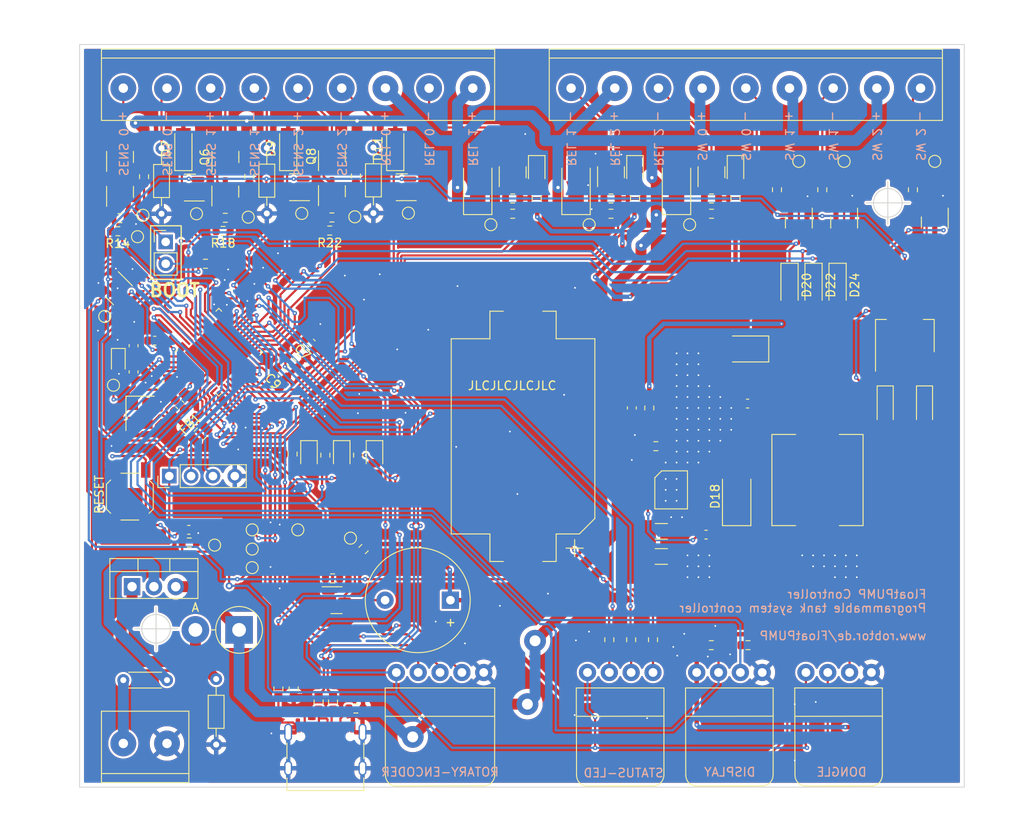
<source format=kicad_pcb>
(kicad_pcb (version 20211014) (generator pcbnew)

  (general
    (thickness 1.6)
  )

  (paper "A4")
  (title_block
    (title "FloatPUMP Basic Boards")
    (date "2022-11-22")
    (rev "1.0")
    (company "www.robtor.de")
  )

  (layers
    (0 "F.Cu" signal)
    (31 "B.Cu" signal)
    (32 "B.Adhes" user "B.Adhesive")
    (33 "F.Adhes" user "F.Adhesive")
    (34 "B.Paste" user)
    (35 "F.Paste" user)
    (36 "B.SilkS" user "B.Silkscreen")
    (37 "F.SilkS" user "F.Silkscreen")
    (38 "B.Mask" user)
    (39 "F.Mask" user)
    (40 "Dwgs.User" user "User.Drawings")
    (41 "Cmts.User" user "User.Comments")
    (42 "Eco1.User" user "User.Eco1")
    (43 "Eco2.User" user "User.Eco2")
    (44 "Edge.Cuts" user)
    (45 "Margin" user)
    (46 "B.CrtYd" user "B.Courtyard")
    (47 "F.CrtYd" user "F.Courtyard")
    (48 "B.Fab" user)
    (49 "F.Fab" user)
    (50 "User.1" user)
    (51 "User.2" user)
    (52 "User.3" user)
    (53 "User.4" user)
    (54 "User.5" user)
    (55 "User.6" user)
    (56 "User.7" user)
    (57 "User.8" user)
    (58 "User.9" user)
  )

  (setup
    (stackup
      (layer "F.SilkS" (type "Top Silk Screen"))
      (layer "F.Paste" (type "Top Solder Paste"))
      (layer "F.Mask" (type "Top Solder Mask") (thickness 0.01))
      (layer "F.Cu" (type "copper") (thickness 0.035))
      (layer "dielectric 1" (type "core") (thickness 1.51) (material "FR4") (epsilon_r 4.5) (loss_tangent 0.02))
      (layer "B.Cu" (type "copper") (thickness 0.035))
      (layer "B.Mask" (type "Bottom Solder Mask") (thickness 0.01))
      (layer "B.Paste" (type "Bottom Solder Paste"))
      (layer "B.SilkS" (type "Bottom Silk Screen"))
      (copper_finish "None")
      (dielectric_constraints no)
    )
    (pad_to_mask_clearance 0)
    (pcbplotparams
      (layerselection 0x00010fc_ffffffff)
      (disableapertmacros false)
      (usegerberextensions true)
      (usegerberattributes false)
      (usegerberadvancedattributes false)
      (creategerberjobfile false)
      (svguseinch false)
      (svgprecision 6)
      (excludeedgelayer true)
      (plotframeref false)
      (viasonmask false)
      (mode 1)
      (useauxorigin false)
      (hpglpennumber 1)
      (hpglpenspeed 20)
      (hpglpendiameter 15.000000)
      (dxfpolygonmode true)
      (dxfimperialunits true)
      (dxfusepcbnewfont true)
      (psnegative false)
      (psa4output false)
      (plotreference true)
      (plotvalue false)
      (plotinvisibletext false)
      (sketchpadsonfab false)
      (subtractmaskfromsilk true)
      (outputformat 1)
      (mirror false)
      (drillshape 0)
      (scaleselection 1)
      (outputdirectory "../Production/gerber/")
    )
  )

  (net 0 "")
  (net 1 "/cryst1+")
  (net 2 "GND")
  (net 3 "/cryst1-")
  (net 4 "Net-(C3-Pad1)")
  (net 5 "/cryst2+")
  (net 6 "/cryst2-")
  (net 7 "/VBAT")
  (net 8 "/NRST")
  (net 9 "Net-(D1-Pad1)")
  (net 10 "+3.3V")
  (net 11 "Net-(D2-Pad1)")
  (net 12 "Net-(D3-Pad1)")
  (net 13 "/VB")
  (net 14 "T11")
  (net 15 "T13")
  (net 16 "T15")
  (net 17 "T17")
  (net 18 "Net-(C17-Pad1)")
  (net 19 "Net-(C17-Pad2)")
  (net 20 "T20")
  (net 21 "/GPI0")
  (net 22 "/GPI1")
  (net 23 "/GPI2")
  (net 24 "/RRDT")
  (net 25 "/RRCLK")
  (net 26 "/RRSW")
  (net 27 "+5V")
  (net 28 "/I2C1_SDA")
  (net 29 "/I2C1_SCL")
  (net 30 "/USART1_TX")
  (net 31 "/USART1_RX")
  (net 32 "/SWDIO")
  (net 33 "/SWCLK")
  (net 34 "T22")
  (net 35 "unconnected-(J9-PadA8)")
  (net 36 "unconnected-(J9-PadB8)")
  (net 37 "T10")
  (net 38 "T12")
  (net 39 "T14")
  (net 40 "/BOOT0")
  (net 41 "T24")
  (net 42 "T26")
  (net 43 "T28")
  (net 44 "Net-(LS1-Pad2)")
  (net 45 "Net-(Q2-Pad1)")
  (net 46 "Net-(D4-Pad2)")
  (net 47 "Net-(D12-Pad2)")
  (net 48 "Net-(D14-Pad2)")
  (net 49 "Net-(Q9-Pad1)")
  (net 50 "Net-(Q10-Pad1)")
  (net 51 "/LED0")
  (net 52 "/LED1")
  (net 53 "/LED2")
  (net 54 "/LED5")
  (net 55 "/LED4")
  (net 56 "/LED3")
  (net 57 "/BEEP")
  (net 58 "/MPWR0")
  (net 59 "/MPWR1")
  (net 60 "/MPWR2")
  (net 61 "/OCHAN0")
  (net 62 "/OCHAN1")
  (net 63 "/OCHAN2")
  (net 64 "/usb_conn/U_D-")
  (net 65 "/USB_FS_D-")
  (net 66 "/usb_conn/U_D+")
  (net 67 "/USB_FS_D+")
  (net 68 "/usb_conn/U_VBUS")
  (net 69 "/USB_FS_VBUS")
  (net 70 "/usb_conn/CC")
  (net 71 "Net-(D16-Pad2)")
  (net 72 "Net-(Q3-Pad3)")
  (net 73 "Net-(Q3-Pad1)")
  (net 74 "Net-(Q5-Pad3)")
  (net 75 "Net-(C18-Pad1)")
  (net 76 "Net-(TP4-Pad1)")
  (net 77 "Net-(U3-Pad6)")
  (net 78 "T16")
  (net 79 "Net-(J5-Pad2)")
  (net 80 "Net-(J5-Pad3)")
  (net 81 "Net-(J5-Pad4)")
  (net 82 "Net-(J3-Pad2)")
  (net 83 "Net-(Q5-Pad1)")
  (net 84 "Net-(Q7-Pad3)")
  (net 85 "Net-(Q7-Pad1)")
  (net 86 "Net-(Q11-Pad1)")
  (net 87 "Net-(Q1-Pad2)")
  (net 88 "Net-(C6-Pad2)")

  (footprint "Capacitor_SMD:C_0603_1608Metric" (layer "F.Cu") (at 104.4956 88.7476))

  (footprint "Package_TO_SOT_SMD:SOT-23" (layer "F.Cu") (at 112.6975 71.41095 90))

  (footprint "custom_parts:2542R-04" (layer "F.Cu") (at 180.213 127.3302))

  (footprint "Package_TO_SOT_SMD:SOT-23" (layer "F.Cu") (at 112.71 67.3885 90))

  (footprint "Resistor_SMD:R_0603_1608Metric" (layer "F.Cu") (at 120.396 91.313 -45))

  (footprint "TestPoint:TestPoint_Pad_D1.0mm" (layer "F.Cu") (at 127.762 74.3435))

  (footprint "Resistor_SMD:R_0603_1608Metric" (layer "F.Cu") (at 157.353 123.5202 90))

  (footprint "Resistor_SMD:R_0603_1608Metric" (layer "F.Cu") (at 127.889 69.5937 -90))

  (footprint "TestPoint:TestPoint_Pad_D1.0mm" (layer "F.Cu") (at 155.006 75.2582))

  (footprint "LED_SMD:LED_0805_2012Metric" (layer "F.Cu") (at 160.34 68.9082 -90))

  (footprint "custom_parts:CAMBLOCK CTB0509-2" (layer "F.Cu") (at 105.918 135.5852 180))

  (footprint "Capacitor_SMD:C_0603_1608Metric" (layer "F.Cu") (at 168.6052 111.3028))

  (footprint "Capacitor_SMD:C_0603_1608Metric" (layer "F.Cu") (at 119.253 92.456 135))

  (footprint "Package_TO_SOT_THT:TO-220-3_Vertical" (layer "F.Cu") (at 101.854 117.3532))

  (footprint "TestPoint:TestPoint_Pad_D1.0mm" (layer "F.Cu") (at 179.39 67.8942 90))

  (footprint "Resistor_SMD:R_0603_1608Metric" (layer "F.Cu") (at 146.116 73.9882 180))

  (footprint "Crystal:Crystal_SMD_2012-2Pin_2.0x1.2mm" (layer "F.Cu") (at 100.254451 90.853196 -90))

  (footprint "Resistor_SMD:R_0603_1608Metric" (layer "F.Cu") (at 124.333 102.0572 -90))

  (footprint "Diode_SMD:D_SMA" (layer "F.Cu") (at 172.1612 106.8578 90))

  (footprint "Connector_USB:USB_C_Receptacle_Palconn_UTC16-G" (layer "F.Cu") (at 124.333 136.2202))

  (footprint "Resistor_THT:R_Axial_DIN0204_L3.6mm_D1.6mm_P7.62mm_Horizontal" (layer "F.Cu") (at 105.283 66.3702 -90))

  (footprint "Diode_THT:D_DO-201AD_P5.08mm_Vertical_AnodeUp" (layer "F.Cu") (at 114.3 122.3772 180))

  (footprint "Resistor_SMD:R_0603_1608Metric" (layer "F.Cu") (at 172.024 72.2102 -90))

  (footprint "Resistor_SMD:R_0603_1608Metric" (layer "F.Cu") (at 124.841 75.9437 180))

  (footprint "TestPoint:TestPoint_Pad_D1.0mm" (layer "F.Cu") (at 133.985 73.9117))

  (footprint "custom_parts:CAMBLOCK CTB0509-9" (layer "F.Cu") (at 100.838 59.3852))

  (footprint "Diode_SMD:D_MiniMELF" (layer "F.Cu") (at 120.015 66.421 90))

  (footprint "Resistor_SMD:R_0603_1608Metric" (layer "F.Cu") (at 162.0012 96.5708 -90))

  (footprint "Package_TO_SOT_SMD:SOT-23" (layer "F.Cu") (at 169.23 69.1622 90))

  (footprint "Resistor_SMD:R_0603_1608Metric" (layer "F.Cu") (at 118.872 129.2352 90))

  (footprint "custom_parts:2542R-04" (layer "F.Cu") (at 167.513 127.3302))

  (footprint "TestPoint:TestPoint_Pad_D1.0mm" (layer "F.Cu") (at 195.199 67.8942 90))

  (footprint "TestPoint:TestPoint_Pad_D1.0mm" (layer "F.Cu") (at 115.3645 74.38275))

  (footprint "Resistor_SMD:R_0603_1608Metric" (layer "F.Cu") (at 146.116 72.2102))

  (footprint "Diode_SMD:D_MiniMELF" (layer "F.Cu") (at 178.308 82.296 -90))

  (footprint "Package_TO_SOT_SMD:SOT-23" (layer "F.Cu") (at 184.658 75.0062 -90))

  (footprint "custom_parts:MP9486A-SOIC-8" (layer "F.Cu") (at 164.5412 106.0958 -90))

  (footprint "Capacitor_Tantalum_SMD:CP_EIA-3528-21_Kemet-B" (layer "F.Cu") (at 173.4312 89.7128 180))

  (footprint "TestPoint:TestPoint_Pad_D1.0mm" (layer "F.Cu") (at 109.347 73.9902))

  (footprint "custom_parts:L_MS1040-330M" (layer "F.Cu") (at 181.5592 104.9528 90))

  (footprint "Resistor_SMD:R_0603_1608Metric" (layer "F.Cu") (at 112.6975 74.45895))

  (footprint "Capacitor_SMD:C_0603_1608Metric" (layer "F.Cu") (at 108.6104 98.2472 45))

  (footprint "Resistor_SMD:R_0603_1608Metric" (layer "F.Cu") (at 192.659 71.1962 -90))

  (footprint "Capacitor_SMD:C_0603_1608Metric" (layer "F.Cu") (at 102.032451 92.377196 -90))

  (footprint "TestPoint:TestPoint_Pad_D1.0mm" (layer "F.Cu") (at 111.4552 112.522))

  (footprint "Resistor_THT:R_Axial_DIN0204_L3.6mm_D1.6mm_P5.08mm_Horizontal" (layer "F.Cu") (at 105.918 128.2192 180))

  (footprint "Resistor_SMD:R_0603_1608Metric" (layer "F.Cu") (at 125.1712 116.3828))

  (footprint "Resistor_SMD:R_0603_1608Metric" (layer "F.Cu") (at 128.143 102.0572 -90))

  (footprint "TestPoint:TestPoint_Pad_D1.0mm" (layer "F.Cu") (at 143.576 75.2582))

  (footprint "Package_TO_SOT_SMD:SOT-23" (layer "F.Cu") (at 133.223 70.90295 180))

  (footprint "Capacitor_SMD:C_0603_1608Metric" (layer "F.Cu") (at 107.406459 96.187196 -45))

  (footprint "Package_TO_SOT_SMD:SOT-23" (layer "F.Cu") (at 100.457 71.4502 90))

  (footprint "Package_TO_SOT_SMD:SOT-223-3_TabPin2" (layer "F.Cu") (at 191.7192 88.1888 90))

  (footprint "Battery:BatteryHolder_Keystone_1060_1x2032" (layer "F.Cu") (at 147.32 99.8728 90))

  (footprint "TestPoint:TestPoint_Pad_D1.0mm" (layer "F.Cu") (at 127.254 111.7092))

  (footprint "TestPoint:TestPoint_Pad_D1.0mm" (layer "F.Cu") (at 121.5875 73.95095))

  (footprint "TestPoint:TestPoint_Pad_D1.0mm" (layer "F.Cu") (at 121.1326 110.744))

  (footprint "Capacitor_SMD:C_0603_1608Metric" (layer "F.Cu") (at 159.9692 96.5708 90))

  (footprint "LED_SMD:LED_0805_2012Metric" (layer "F.Cu") (at 122.428 102.0572 -90))

  (footprint "Package_TO_SOT_SMD:SOT-23" (layer "F.Cu") (at 120.8255 70.90295 180))

  (footprint "Resistor_SMD:R_0603_1608Metric" (layer "F.Cu") (at 100.457 74.4982))

  (footprint "Buzzer_Beeper:Buzzer_12x9.5RM7.6" (layer "F.Cu") (at 138.8772 118.9228 180))

  (footprint "LED_SMD:LED_0805_2012Metric" (layer "F.Cu") (at 130.048 102.0572 -90))

  (footprint "Resistor_SMD:R_0603_1608Metric" (layer "F.Cu")
    (tedit 5F68FEEE) (tstamp 701e1a6c-c447-45ac-8d22-510d955c4d6e)
    (at 120.523 101.9302 -90)
    (descr "Resistor SMD 0603 (1608 Metric), square (rectangular) end terminal, IPC_7351 nominal, (Body size source: IPC-SM-782 page 72, https://www.pcb-3d.com/wordpress/wp-content/uploads/ipc-sm-782a_amendment_1_and_2.pdf), generated with kicad-footprint-generator")
    (tags "resistor")
    (property "JLCPCB" "Basic")
    (property "LCSC" "C21190")
    (property "Sheetfile" "FloatPUMP.kicad_sch")
    (property "Sheetname" "")
    (path "/f303ef76-d27a-409e-8075-e8c01dcd1ea2")
    (attr smd)
    (fp_text reference "R1" (at 0 -1.43 90) (layer "F.SilkS") hide
      (effects (font (size 1 1) (thickness 0.15)))
      (tstamp ab937355-b4a8-4a4a-8cc2-c5f45adad155)
    )
    (fp_text value "1k" (at 0 1.43 90) (layer "F.Fab") hide
      (effects (font (size 1 1) (thickness 0.15)))
      (tstamp a69cfc49-4c2a-4bf4-8a42-dd2882f44da4)
    )
    (fp_text user "${REFERENCE}" (at 0 0 90) (layer "F.Fab")
      (effects (font (size 0.4 0.4) (thickness 0.06)))
      (tstamp f1cccdce-1501-4c09-96c4-b01a5ac6f14c)
    )
    (fp_line (start -0.237258 0.5225) (end 0.237258 0.5225) (layer "F.SilkS") (width 0.12) (tstamp 02486e0f-c81e-4816-8317-7b5f00298481))
    (fp_line (start -0.237258 -0.5225) (end 0.237258 -0.5225) (layer "F.SilkS") (width 0.12) (tstamp 92b2cf72-fae9-4149-88b1-83b45d0a6ab4))
    (fp_line (start 1.48 0.73) (end -1.48 0.73) (layer "F.CrtYd") (width 0.05) (tstamp 117443b2-9e63-474d-83d9-157f4649e348))
    (fp_line (start 1.48 -0.73) (end 1.48 0.73) (layer "F.CrtYd") (width 0.05) (tstamp 45df0126-70f6-40b1-8881-a6c2da6c979d))
    (fp_line (start -1.48 0.73) (end -1.48 -0.73) (layer "F.CrtYd") (width 0.05) (tstamp 5b4420ee-86e9-45af-9736-0962af602584))
    (fp_line (start -1.48 -0.73) (end 1.48 -0.73) (layer "F.CrtYd") (width 0.05) (tstamp 7dd7cb27-ef74-43ec-99df-8826d61e6855))
    (fp_line (start 0.8 -0.4125) (end 0.8 0.4125) (layer "F.Fab") (width 0.1) (tstamp 34d495d0-6bcf-495f-8e6c-30cb1b5423e4))
    (fp_line (start 0.8 0.4125) (end -0.8 0.4125) (layer "F.Fab") (width 0.1) (tstamp 6c4d2294-0337-4d08-bfb1-835883e020d0))
    (fp_line (start -0.8 -0.4125) (end 0.8 -0.4125) (layer "F.Fab") (width 0.1) (tstamp 84d9792b-2532-403e-85ae-d456a2b31c1e))
    (fp_line (start -0.8 0.4125) (end -0.8 -0.4125) (layer "F.Fab") (width 0.1) (tstamp bad049cf-535f-4cea-aa0c-2c3eccbf2bcf))
    (pad "1" smd roundrect (at -0.825 0 270) (size 0.8 0.95) (layers "F.Cu" "F.Paste" "F.Mask") (roundrect_rratio 0.25)
      (net 9 "Net-(D1-Pad1)") (pintype "passive") (tstamp 64319a8d-fe3e-4c69-a804
... [2125972 chars truncated]
</source>
